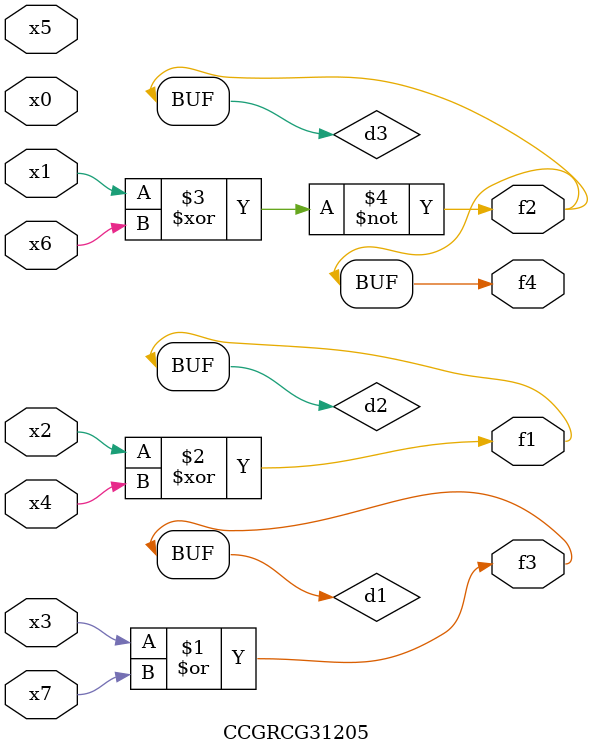
<source format=v>
module CCGRCG31205(
	input x0, x1, x2, x3, x4, x5, x6, x7,
	output f1, f2, f3, f4
);

	wire d1, d2, d3;

	or (d1, x3, x7);
	xor (d2, x2, x4);
	xnor (d3, x1, x6);
	assign f1 = d2;
	assign f2 = d3;
	assign f3 = d1;
	assign f4 = d3;
endmodule

</source>
